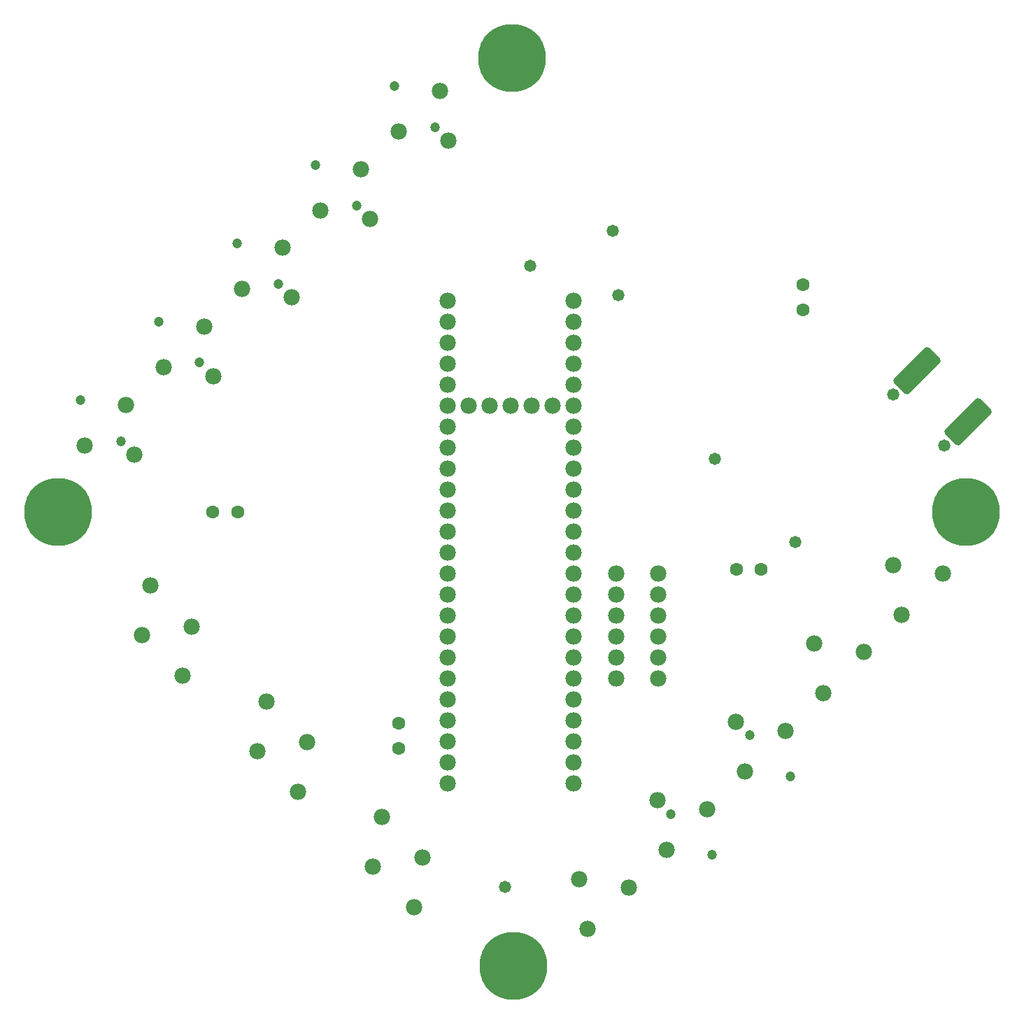
<source format=gbs>
G04*
G04 #@! TF.GenerationSoftware,Altium Limited,Altium Designer,19.0.14 (431)*
G04*
G04 Layer_Color=16711935*
%FSLAX25Y25*%
%MOIN*%
G70*
G01*
G75*
G04:AMPARAMS|DCode=20|XSize=238mil|YSize=103mil|CornerRadius=18.25mil|HoleSize=0mil|Usage=FLASHONLY|Rotation=225.000|XOffset=0mil|YOffset=0mil|HoleType=Round|Shape=RoundedRectangle|*
%AMROUNDEDRECTD20*
21,1,0.23800,0.06650,0,0,225.0*
21,1,0.20150,0.10300,0,0,225.0*
1,1,0.03650,-0.09475,-0.04773*
1,1,0.03650,0.04773,0.09475*
1,1,0.03650,0.09475,0.04773*
1,1,0.03650,-0.04773,-0.09475*
%
%ADD20ROUNDEDRECTD20*%
%ADD23C,0.06312*%
%ADD24C,0.07800*%
%ADD25C,0.04737*%
%ADD26C,0.32296*%
%ADD27C,0.05800*%
D20*
X448139Y322999D02*
D03*
X472605Y298533D02*
D03*
D23*
X394000Y352000D02*
D03*
Y363811D02*
D03*
X374016Y228346D02*
D03*
X362205D02*
D03*
X201285Y143000D02*
D03*
Y154811D02*
D03*
X112587Y255620D02*
D03*
X124398D02*
D03*
D24*
X324564Y118151D02*
D03*
X328740Y94488D02*
D03*
X348227Y113975D02*
D03*
X310826Y76574D02*
D03*
X291339Y57087D02*
D03*
X287163Y80750D02*
D03*
X361966Y155553D02*
D03*
X366142Y131890D02*
D03*
X385629Y151377D02*
D03*
X423031Y188778D02*
D03*
X403543Y169291D02*
D03*
X399367Y192954D02*
D03*
X460432Y226180D02*
D03*
X440945Y206693D02*
D03*
X436769Y230356D02*
D03*
X82916Y220514D02*
D03*
X78740Y196850D02*
D03*
X102403Y201026D02*
D03*
X98144Y177447D02*
D03*
X234409Y306297D02*
D03*
X244409D02*
D03*
X254409D02*
D03*
X264409D02*
D03*
X274409D02*
D03*
X224409Y126297D02*
D03*
Y136297D02*
D03*
Y146297D02*
D03*
Y156297D02*
D03*
Y166297D02*
D03*
Y176297D02*
D03*
Y186297D02*
D03*
Y196297D02*
D03*
Y206297D02*
D03*
Y216297D02*
D03*
Y226297D02*
D03*
Y236297D02*
D03*
Y246297D02*
D03*
Y256297D02*
D03*
Y266297D02*
D03*
Y276297D02*
D03*
Y286297D02*
D03*
Y296297D02*
D03*
Y306297D02*
D03*
Y316297D02*
D03*
Y326297D02*
D03*
Y336297D02*
D03*
Y346297D02*
D03*
Y356297D02*
D03*
X284409D02*
D03*
Y346297D02*
D03*
Y336297D02*
D03*
Y326297D02*
D03*
Y316297D02*
D03*
Y306297D02*
D03*
Y296297D02*
D03*
Y286297D02*
D03*
Y276297D02*
D03*
Y266297D02*
D03*
Y256297D02*
D03*
Y246297D02*
D03*
Y236297D02*
D03*
Y226297D02*
D03*
Y216297D02*
D03*
Y206297D02*
D03*
Y196297D02*
D03*
Y186297D02*
D03*
Y176297D02*
D03*
Y156297D02*
D03*
Y126297D02*
D03*
Y136297D02*
D03*
Y146297D02*
D03*
Y166297D02*
D03*
X304803Y226297D02*
D03*
X324803D02*
D03*
X304803Y216297D02*
D03*
X324803D02*
D03*
X304803Y206297D02*
D03*
X324803D02*
D03*
X304803Y196297D02*
D03*
X324803D02*
D03*
Y186297D02*
D03*
X304803Y176297D02*
D03*
X324803D02*
D03*
X304803Y186297D02*
D03*
X224948Y432614D02*
D03*
X220772Y456277D02*
D03*
X201285Y436790D02*
D03*
X163842Y399348D02*
D03*
X183329Y418835D02*
D03*
X187505Y395172D02*
D03*
X126441Y361946D02*
D03*
X145928Y381433D02*
D03*
X150104Y357770D02*
D03*
X89039Y324545D02*
D03*
X108526Y344032D02*
D03*
X112702Y320369D02*
D03*
X51638Y287143D02*
D03*
X71125Y306630D02*
D03*
X75301Y282967D02*
D03*
X138034Y165395D02*
D03*
X133858Y141732D02*
D03*
X157521Y145908D02*
D03*
X153262Y122329D02*
D03*
X193152Y110277D02*
D03*
X188976Y86614D02*
D03*
X212639Y90790D02*
D03*
X208380Y67211D02*
D03*
D25*
X350454Y92261D02*
D03*
X330967Y111748D02*
D03*
X387856Y129663D02*
D03*
X368369Y149150D02*
D03*
X199058Y458505D02*
D03*
X218545Y439017D02*
D03*
X181102Y401575D02*
D03*
X161615Y421062D02*
D03*
X143701Y364173D02*
D03*
X124214Y383660D02*
D03*
X106299Y326772D02*
D03*
X86812Y346259D02*
D03*
X68898Y289370D02*
D03*
X49410Y308857D02*
D03*
D26*
X255221Y471870D02*
D03*
X38971Y255620D02*
D03*
X471471D02*
D03*
X255906Y39370D02*
D03*
D27*
X264000Y373000D02*
D03*
X306000Y359000D02*
D03*
X251969Y76772D02*
D03*
X390227Y241297D02*
D03*
X351821Y280955D02*
D03*
X303150Y389764D02*
D03*
X436755Y311614D02*
D03*
X461221Y287149D02*
D03*
M02*

</source>
